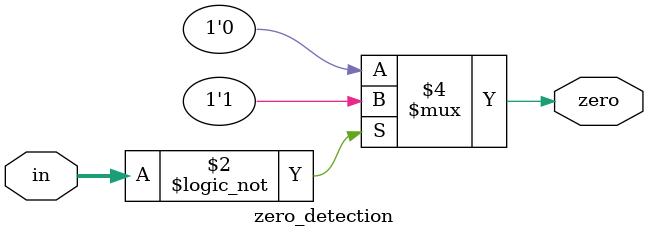
<source format=sv>
/* A zero detection unit to help set zero flag of the ALU */ 

module zero_detection(zero, in);
	input [63:0] in;
	output reg zero;

	always_comb begin
		if (in == 64'b0) begin
			zero = 1'b1;
		end
		else begin
			zero = 1'b0;
		end
	end
	
	/*wire [62:0] orout;
	
	genvar i;
	generate 
		or or0 (orout[0], in[0], in[1]);
		for (i = 1; i < 63; i++) begin : orgen
			or eachor (orout[i], orout[i - 1], in[i + 1]);
		end
	endgenerate 
	
	not notgate (zero, orout[62]);*/
endmodule 
</source>
